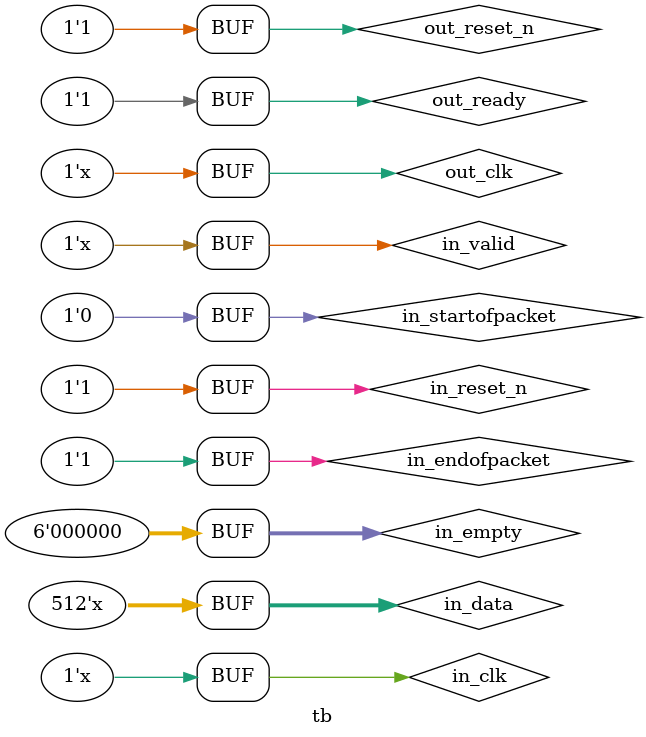
<source format=sv>
`timescale 1 ns/10 ps


module tb;
    parameter SYMBOLS_PER_BEAT   = 64;
	parameter BITS_PER_SYMBOL    = 8;
	parameter FIFO_DEPTH         = 512;
	parameter CHANNEL_WIDTH      = 0;
	parameter ERROR_WIDTH        = 0;
	parameter USE_PACKETS        = 1;
	parameter USE_IN_FILL_LEVEL  = 0;
	parameter USE_OUT_FILL_LEVEL = 0;
	parameter WR_SYNC_DEPTH      = 3;
	parameter RD_SYNC_DEPTH      = 3;
	
	reg in_clk;
    reg in_reset_n;
    reg out_clk;
    reg out_reset_n;
    reg [SYMBOLS_PER_BEAT*BITS_PER_SYMBOL-1:0] in_data;
    reg in_valid;
    reg in_ready; 
    reg in_startofpacket;
    reg in_endofpacket; 
    reg [5:0] in_empty;  
    reg [SYMBOLS_PER_BEAT*BITS_PER_SYMBOL-1:0] out_data; 
    reg out_valid;    
    reg out_ready; 
    reg out_startofpacket; 
    reg out_endofpacket;
    reg [5:0] out_empty;
    
    localparam period_rx = 2.56;
    localparam period_user = 5;
    
    initial in_clk = 1;
    initial in_reset_n = 0;
    initial out_clk = 1;
    initial out_reset_n = 0;
    initial in_valid = 1;
    initial in_empty = 6'b0;
    initial in_data = 64'b1;
    initial out_ready = 1;
      
    always #(period_rx) in_clk = ~in_clk;
    always #(period_user) out_clk = ~out_clk;
    always #(period_rx*10) in_data <= in_data + 1; 
    always #(period_rx*10*9) in_valid <= ~in_valid; 
    
    always begin
        in_startofpacket = 1;
        in_endofpacket = 0;
        #50;
        in_startofpacket = 0;
        in_endofpacket = 1;
        #50;
    end
    
    initial begin
        in_reset_n = 0;
        out_reset_n = 0;
        #20;
        in_reset_n = 1;
        out_reset_n = 1;
    end
     
	
    dc_fifo_wrapper #(
        SYMBOLS_PER_BEAT,
        BITS_PER_SYMBOL,
        FIFO_DEPTH,
        CHANNEL_WIDTH,
        ERROR_WIDTH,
        USE_PACKETS,
        USE_IN_FILL_LEVEL,
        USE_OUT_FILL_LEVEL,
        WR_SYNC_DEPTH,
        RD_SYNC_DEPTH
        ) dut (
        in_clk,
        in_reset_n,
        out_clk,
        out_reset_n,
        in_data,
        in_valid,
        in_ready, 
        in_startofpacket,
        in_endofpacket, 
        in_empty,  
        out_data, 
        out_valid,    
        out_ready, 
        out_startofpacket, 
        out_endofpacket,
        out_empty);
        
endmodule

</source>
